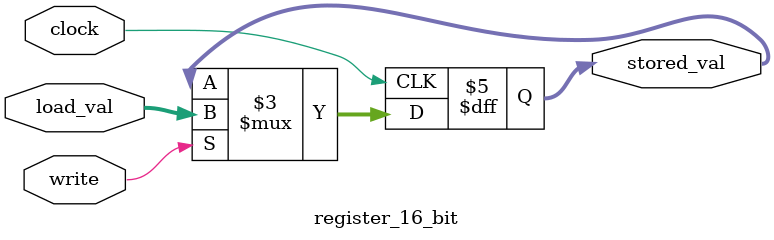
<source format=v>
/**
 * A single 16-bit register. Positive edge triggered, active high write.
 * load_val : value to load to register
 * stored_val : value stored in register
 * write : 0 to enable write, 1 to disable write
 * clock : clock source
 */
module register_16_bit(load_val, stored_val, write, clock);
    input write, clock;
    input [15:0] load_val;
    output reg [15:0] stored_val;
    
    initial
    begin
        stored_val <= 16'b0;
    end
    
    always @(posedge clock)
    begin
        if (write) stored_val <= load_val;
    end
endmodule
</source>
